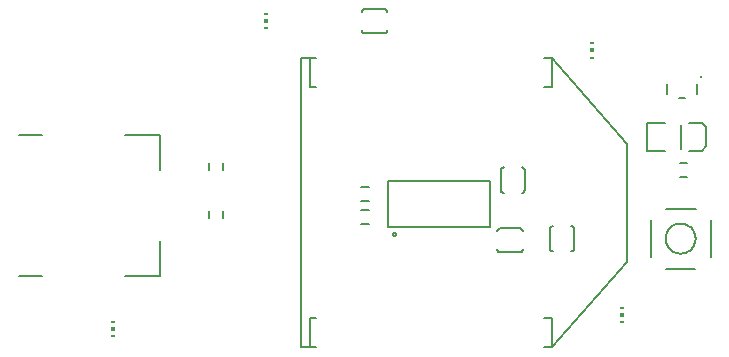
<source format=gto>
G75*
G70*
%OFA0B0*%
%FSLAX24Y24*%
%IPPOS*%
%LPD*%
%AMOC8*
5,1,8,0,0,1.08239X$1,22.5*
%
%ADD10C,0.0080*%
%ADD11C,0.0100*%
%ADD12C,0.0050*%
%ADD13C,0.0060*%
%ADD14R,0.0118X0.0059*%
%ADD15R,0.0118X0.0118*%
D10*
X001715Y005688D02*
X002502Y005688D01*
X005258Y005688D02*
X006439Y005688D01*
X006439Y006869D01*
X006439Y009231D02*
X006439Y010412D01*
X005258Y010412D01*
X002502Y010412D02*
X001715Y010412D01*
X011133Y012973D02*
X011133Y003327D01*
X011429Y003327D01*
X011645Y003327D01*
X011429Y003327D02*
X011429Y004311D01*
X011645Y004311D01*
X014182Y007100D02*
X014184Y007114D01*
X014189Y007126D01*
X014198Y007137D01*
X014210Y007145D01*
X014223Y007150D01*
X014236Y007151D01*
X014250Y007148D01*
X014262Y007142D01*
X014273Y007132D01*
X014280Y007120D01*
X014284Y007107D01*
X014284Y007093D01*
X014280Y007080D01*
X014273Y007068D01*
X014262Y007058D01*
X014250Y007052D01*
X014236Y007049D01*
X014223Y007050D01*
X014210Y007055D01*
X014198Y007063D01*
X014189Y007074D01*
X014184Y007086D01*
X014182Y007100D01*
X014028Y007330D02*
X014028Y008870D01*
X017438Y008870D01*
X017438Y007330D01*
X014028Y007330D01*
X017768Y007290D02*
X018418Y007290D01*
X018435Y007288D01*
X018452Y007284D01*
X018468Y007277D01*
X018482Y007267D01*
X018495Y007254D01*
X018505Y007240D01*
X018512Y007224D01*
X018516Y007207D01*
X018518Y007190D01*
X017768Y007290D02*
X017751Y007288D01*
X017734Y007284D01*
X017718Y007277D01*
X017704Y007267D01*
X017691Y007254D01*
X017681Y007240D01*
X017674Y007224D01*
X017670Y007207D01*
X017668Y007190D01*
X017668Y006590D02*
X017670Y006573D01*
X017674Y006556D01*
X017681Y006540D01*
X017691Y006526D01*
X017704Y006513D01*
X017718Y006503D01*
X017734Y006496D01*
X017751Y006492D01*
X017768Y006490D01*
X018418Y006490D01*
X018435Y006492D01*
X018452Y006496D01*
X018468Y006503D01*
X018482Y006513D01*
X018495Y006526D01*
X018505Y006540D01*
X018512Y006556D01*
X018516Y006573D01*
X018518Y006590D01*
X019433Y006625D02*
X019433Y007275D01*
X019435Y007292D01*
X019439Y007309D01*
X019446Y007325D01*
X019456Y007339D01*
X019469Y007352D01*
X019483Y007362D01*
X019499Y007369D01*
X019516Y007373D01*
X019533Y007375D01*
X020133Y007375D02*
X020150Y007373D01*
X020167Y007369D01*
X020183Y007362D01*
X020197Y007352D01*
X020210Y007339D01*
X020220Y007325D01*
X020227Y007309D01*
X020231Y007292D01*
X020233Y007275D01*
X020233Y006625D01*
X020231Y006608D01*
X020227Y006591D01*
X020220Y006575D01*
X020210Y006561D01*
X020197Y006548D01*
X020183Y006538D01*
X020167Y006531D01*
X020150Y006527D01*
X020133Y006525D01*
X019533Y006525D02*
X019516Y006527D01*
X019499Y006531D01*
X019483Y006538D01*
X019469Y006548D01*
X019456Y006561D01*
X019446Y006575D01*
X019439Y006591D01*
X019435Y006608D01*
X019433Y006625D01*
X021999Y006181D02*
X019499Y003327D01*
X019499Y004311D01*
X019244Y004311D01*
X019244Y003327D02*
X019499Y003327D01*
X023295Y005950D02*
X024271Y005950D01*
X024783Y006344D02*
X024783Y007556D01*
X024283Y007950D02*
X023295Y007950D01*
X022783Y007556D02*
X022783Y006344D01*
X021999Y006181D02*
X021999Y010119D01*
X019499Y012973D01*
X019244Y012973D01*
X019499Y012973D02*
X019499Y011989D01*
X019244Y011989D01*
X022669Y010812D02*
X022669Y009868D01*
X023260Y009868D01*
X024047Y009868D02*
X024480Y009868D01*
X024638Y010025D01*
X024638Y010655D01*
X024480Y010812D01*
X024047Y010812D01*
X023260Y010812D02*
X022669Y010812D01*
X023728Y011651D02*
X023939Y011651D01*
X024333Y011761D02*
X024333Y012099D01*
X023333Y012099D02*
X023333Y011761D01*
X018583Y009225D02*
X018583Y008575D01*
X018581Y008558D01*
X018577Y008541D01*
X018570Y008525D01*
X018560Y008511D01*
X018547Y008498D01*
X018533Y008488D01*
X018517Y008481D01*
X018500Y008477D01*
X018483Y008475D01*
X017883Y008475D02*
X017866Y008477D01*
X017849Y008481D01*
X017833Y008488D01*
X017819Y008498D01*
X017806Y008511D01*
X017796Y008525D01*
X017789Y008541D01*
X017785Y008558D01*
X017783Y008575D01*
X017783Y009225D01*
X017785Y009242D01*
X017789Y009259D01*
X017796Y009275D01*
X017806Y009289D01*
X017819Y009302D01*
X017833Y009312D01*
X017849Y009319D01*
X017866Y009323D01*
X017883Y009325D01*
X018483Y009325D02*
X018500Y009323D01*
X018517Y009319D01*
X018533Y009312D01*
X018547Y009302D01*
X018560Y009289D01*
X018570Y009275D01*
X018577Y009259D01*
X018581Y009242D01*
X018583Y009225D01*
X023283Y006950D02*
X023285Y006994D01*
X023291Y007038D01*
X023301Y007081D01*
X023314Y007123D01*
X023331Y007164D01*
X023352Y007203D01*
X023376Y007240D01*
X023403Y007275D01*
X023433Y007307D01*
X023466Y007337D01*
X023502Y007363D01*
X023539Y007387D01*
X023579Y007406D01*
X023620Y007423D01*
X023663Y007435D01*
X023706Y007444D01*
X023750Y007449D01*
X023794Y007450D01*
X023838Y007447D01*
X023882Y007440D01*
X023925Y007429D01*
X023967Y007415D01*
X024007Y007397D01*
X024046Y007375D01*
X024082Y007351D01*
X024116Y007323D01*
X024148Y007292D01*
X024177Y007258D01*
X024203Y007222D01*
X024225Y007184D01*
X024244Y007144D01*
X024259Y007102D01*
X024271Y007060D01*
X024279Y007016D01*
X024283Y006972D01*
X024283Y006928D01*
X024279Y006884D01*
X024271Y006840D01*
X024259Y006798D01*
X024244Y006756D01*
X024225Y006716D01*
X024203Y006678D01*
X024177Y006642D01*
X024148Y006608D01*
X024116Y006577D01*
X024082Y006549D01*
X024046Y006525D01*
X024007Y006503D01*
X023967Y006485D01*
X023925Y006471D01*
X023882Y006460D01*
X023838Y006453D01*
X023794Y006450D01*
X023750Y006451D01*
X023706Y006456D01*
X023663Y006465D01*
X023620Y006477D01*
X023579Y006494D01*
X023539Y006513D01*
X023502Y006537D01*
X023466Y006563D01*
X023433Y006593D01*
X023403Y006625D01*
X023376Y006660D01*
X023352Y006697D01*
X023331Y006736D01*
X023314Y006777D01*
X023301Y006819D01*
X023291Y006862D01*
X023285Y006906D01*
X023283Y006950D01*
X013908Y013800D02*
X013258Y013800D01*
X013241Y013802D01*
X013224Y013806D01*
X013208Y013813D01*
X013194Y013823D01*
X013181Y013836D01*
X013171Y013850D01*
X013164Y013866D01*
X013160Y013883D01*
X013158Y013900D01*
X013908Y013800D02*
X013925Y013802D01*
X013942Y013806D01*
X013958Y013813D01*
X013972Y013823D01*
X013985Y013836D01*
X013995Y013850D01*
X014002Y013866D01*
X014006Y013883D01*
X014008Y013900D01*
X014008Y014500D02*
X014006Y014517D01*
X014002Y014534D01*
X013995Y014550D01*
X013985Y014564D01*
X013972Y014577D01*
X013958Y014587D01*
X013942Y014594D01*
X013925Y014598D01*
X013908Y014600D01*
X013258Y014600D01*
X013241Y014598D01*
X013224Y014594D01*
X013208Y014587D01*
X013194Y014577D01*
X013181Y014564D01*
X013171Y014550D01*
X013164Y014534D01*
X013160Y014517D01*
X013158Y014500D01*
X011645Y012973D02*
X011429Y012973D01*
X011429Y011989D01*
X011645Y011989D01*
X011429Y012973D02*
X011133Y012973D01*
D11*
X024463Y012330D03*
D12*
X023803Y010740D02*
X023803Y009940D01*
D13*
X023765Y009476D02*
X024001Y009476D01*
X024001Y009004D02*
X023765Y009004D01*
X013381Y008676D02*
X013145Y008676D01*
X013145Y008204D02*
X013381Y008204D01*
X013381Y007906D02*
X013145Y007906D01*
X013145Y007434D02*
X013381Y007434D01*
X008520Y007632D02*
X008520Y007868D01*
X008047Y007868D02*
X008047Y007632D01*
X008047Y009232D02*
X008047Y009468D01*
X008520Y009468D02*
X008520Y009232D01*
D14*
X004874Y003714D03*
X004874Y004186D03*
X009974Y013964D03*
X009974Y014436D03*
X020834Y013456D03*
X020834Y012984D03*
X021824Y004636D03*
X021824Y004164D03*
D15*
X021824Y004400D03*
X020834Y013220D03*
X009974Y014200D03*
X004874Y003950D03*
M02*

</source>
